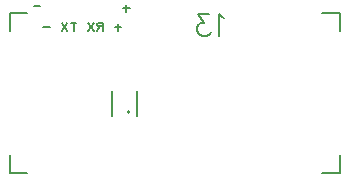
<source format=gbo>
G04 Layer: BottomSilkscreenLayer*
G04 EasyEDA Pro v2.2.20.11, 2024-05-07 19:26:09*
G04 Gerber Generator version 0.3*
G04 Scale: 100 percent, Rotated: No, Reflected: No*
G04 Dimensions in millimeters*
G04 Leading zeros omitted, absolute positions, 3 integers and 5 decimals*
%FSLAX35Y35*%
%MOMM*%
%ADD10C,0.15001*%
%ADD11C,0.203*%
%ADD12C,0.2*%
%ADD13C,0.1524*%
G75*


G04 Text Start*
G54D10*
G01X3220806Y9919819D02*
G01X3220806Y9861907D01*
G01X3249762Y9890863D02*
G01X3191850Y9890863D01*
G01X3089234Y9929471D02*
G01X3089234Y9861907D01*
G01X3089234Y9929471D02*
G01X3060278Y9929471D01*
G01X3050626Y9926423D01*
G01X3047578Y9923121D01*
G01X3044276Y9916771D01*
G01X3044276Y9910167D01*
G01X3047578Y9903817D01*
G01X3050626Y9900515D01*
G01X3060278Y9897467D01*
G01X3089234Y9897467D01*
G01X3066882Y9897467D02*
G01X3044276Y9861907D01*
G01X3013796Y9929471D02*
G01X2968838Y9861907D01*
G01X2968838Y9929471D02*
G01X3013796Y9861907D01*
G01X2843870Y9929471D02*
G01X2843870Y9861907D01*
G01X2866222Y9929471D02*
G01X2821264Y9929471D01*
G01X2790784Y9929471D02*
G01X2745826Y9861907D01*
G01X2745826Y9929471D02*
G01X2790784Y9861907D01*
G01X2643210Y9890863D02*
G01X2585298Y9890863D01*
G01X2563901Y10066091D02*
G01X2507005Y10066091D01*
G01X3290443Y10079528D02*
G01X3290443Y10022632D01*
G01X3318891Y10051080D02*
G01X3261995Y10051080D01*
G54D11*
G01X4117340Y9964420D02*
G01X4099560Y9973310D01*
G01X4072890Y9999980D01*
G01X4072890Y9813290D01*
G01X3992118Y9999980D02*
G01X3894328Y9999980D01*
G01X3947668Y9928860D01*
G01X3920998Y9928860D01*
G01X3903218Y9919970D01*
G01X3894328Y9911080D01*
G01X3885438Y9884410D01*
G01X3885438Y9866630D01*
G01X3894328Y9839960D01*
G01X3912108Y9822180D01*
G01X3938778Y9813290D01*
G01X3965448Y9813290D01*
G01X3992118Y9822180D01*
G01X4001008Y9831070D01*
G01X4009898Y9848850D01*
G04 Text End*

G04 PolygonModel Start*
G54D12*
G01X5096535Y10009401D02*
G01X4946535Y10009401D01*
G01X5096535Y8659393D02*
G01X5096535Y8809393D01*
G01X2301537Y8659393D02*
G01X2451537Y8659393D01*
G01X2301524Y10011316D02*
G01X2301524Y9861316D01*
G01X4946535Y8659393D02*
G01X5096535Y8659393D01*
G01X5096535Y9859401D02*
G01X5096535Y10009401D01*
G01X2451524Y10011316D02*
G01X2301524Y10011316D01*
G01X2301537Y8809393D02*
G01X2301537Y8659393D01*
G54D13*
G01X3384220Y9137343D02*
G01X3384220Y9352582D01*
G01X3168980Y9137343D02*
G01X3168980Y9352582D01*

G04 Circle Start*
G54D10*
G01X3302356Y9174477D02*
G03X3317342Y9174477I7493J0D01*
G03X3302356Y9174477I-7493J0D01*
G04 Circle End*

M02*


</source>
